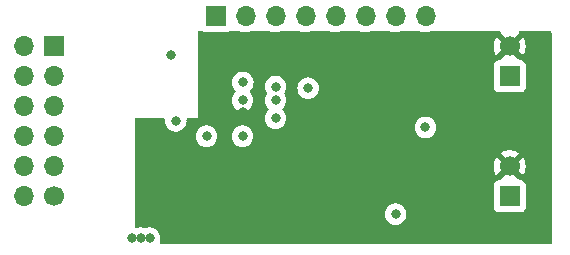
<source format=gbr>
%TF.GenerationSoftware,KiCad,Pcbnew,(6.0.0)*%
%TF.CreationDate,2022-01-10T21:54:34-05:00*%
%TF.ProjectId,ad74111_module,61643734-3131-4315-9f6d-6f64756c652e,rev?*%
%TF.SameCoordinates,Original*%
%TF.FileFunction,Copper,L2,Inr*%
%TF.FilePolarity,Positive*%
%FSLAX46Y46*%
G04 Gerber Fmt 4.6, Leading zero omitted, Abs format (unit mm)*
G04 Created by KiCad (PCBNEW (6.0.0)) date 2022-01-10 21:54:34*
%MOMM*%
%LPD*%
G01*
G04 APERTURE LIST*
%TA.AperFunction,ComponentPad*%
%ADD10R,1.700000X1.700000*%
%TD*%
%TA.AperFunction,ComponentPad*%
%ADD11O,1.700000X1.700000*%
%TD*%
%TA.AperFunction,ComponentPad*%
%ADD12C,1.700000*%
%TD*%
%TA.AperFunction,ViaPad*%
%ADD13C,0.800000*%
%TD*%
G04 APERTURE END LIST*
D10*
%TO.N,+3V3*%
%TO.C,P4*%
X117602000Y-43942000D03*
D11*
%TO.N,/mclk*%
X120142000Y-43942000D03*
%TO.N,/dclk*%
X122682000Y-43942000D03*
%TO.N,/din*%
X125222000Y-43942000D03*
%TO.N,/dfs*%
X127762000Y-43942000D03*
%TO.N,/dout*%
X130302000Y-43942000D03*
%TO.N,/~{reset}*%
X132842000Y-43942000D03*
%TO.N,GNDD*%
X135382000Y-43942000D03*
%TD*%
D10*
%TO.N,Net-(P2-Pad1)*%
%TO.C,P2*%
X103886000Y-46482000D03*
D11*
%TO.N,Net-(P2-Pad2)*%
X103886000Y-49022000D03*
%TO.N,Net-(P2-Pad3)*%
X103886000Y-51562000D03*
%TO.N,Net-(P2-Pad4)*%
X103886000Y-54102000D03*
%TO.N,GNDD*%
X103886000Y-56642000D03*
D12*
%TO.N,/3v3_in*%
X103886000Y-59182000D03*
D11*
%TO.N,Net-(P2-Pad7)*%
X101346000Y-46482000D03*
%TO.N,unconnected-(P2-Pad8)*%
X101346000Y-49022000D03*
%TO.N,unconnected-(P2-Pad9)*%
X101346000Y-51562000D03*
%TO.N,Net-(P2-Pad10)*%
X101346000Y-54102000D03*
%TO.N,GNDD*%
X101346000Y-56642000D03*
%TO.N,/3v3_in*%
X101346000Y-59182000D03*
%TD*%
D10*
%TO.N,/audio_in*%
%TO.C,P1*%
X142494000Y-49022000D03*
D12*
%TO.N,GNDA*%
X142494000Y-46482000D03*
%TD*%
D10*
%TO.N,/audio_out*%
%TO.C,P3*%
X142494000Y-59182000D03*
D12*
%TO.N,GNDA*%
X142494000Y-56642000D03*
%TD*%
D13*
%TO.N,Net-(C1-Pad2)*%
X135369000Y-53353000D03*
%TO.N,GNDA*%
X130978811Y-56754378D03*
X128778000Y-52578000D03*
X136398000Y-62230000D03*
X119888000Y-52070000D03*
X137160000Y-56896000D03*
X112268000Y-57912000D03*
X127762000Y-56388000D03*
X135382000Y-48006000D03*
X118364000Y-55118000D03*
X112272299Y-54614299D03*
X112014000Y-60452000D03*
X123190000Y-58166000D03*
X115062000Y-59436000D03*
X132842000Y-50165000D03*
X116586000Y-57208500D03*
X111506000Y-57912000D03*
X126238000Y-53594000D03*
X135128000Y-59563000D03*
X126238000Y-59182000D03*
X113030000Y-57912000D03*
%TO.N,Net-(C7-Pad1)*%
X116840000Y-54102000D03*
%TO.N,Net-(C9-Pad1)*%
X119888000Y-54102000D03*
%TO.N,VAA*%
X114226619Y-52798822D03*
X132846299Y-60701701D03*
%TO.N,+3V3*%
X122682000Y-49911000D03*
X110490000Y-62738000D03*
X111252000Y-62738000D03*
X112014000Y-62738000D03*
%TO.N,GNDD*%
X119888000Y-51054000D03*
X125429500Y-50038000D03*
X113792000Y-47244000D03*
%TO.N,+2V5*%
X122682000Y-51054000D03*
%TO.N,Net-(C13-Pad1)*%
X122682000Y-52578000D03*
%TO.N,/mclk*%
X119900294Y-49542294D03*
%TD*%
%TA.AperFunction,Conductor*%
%TO.N,GNDA*%
G36*
X116490590Y-45232002D02*
G01*
X116498033Y-45237173D01*
X116498113Y-45237233D01*
X116498116Y-45237235D01*
X116505295Y-45242615D01*
X116641684Y-45293745D01*
X116703866Y-45300500D01*
X118500134Y-45300500D01*
X118562316Y-45293745D01*
X118698705Y-45242615D01*
X118705884Y-45237235D01*
X118705887Y-45237233D01*
X118705967Y-45237173D01*
X118706060Y-45237138D01*
X118713763Y-45232921D01*
X118714372Y-45234033D01*
X118772473Y-45212326D01*
X118781531Y-45212000D01*
X119636243Y-45212000D01*
X119681192Y-45220290D01*
X119761692Y-45251030D01*
X119766760Y-45252061D01*
X119766763Y-45252062D01*
X119854337Y-45269879D01*
X119980597Y-45295567D01*
X119985772Y-45295757D01*
X119985774Y-45295757D01*
X120198673Y-45303564D01*
X120198677Y-45303564D01*
X120203837Y-45303753D01*
X120208957Y-45303097D01*
X120208959Y-45303097D01*
X120420288Y-45276025D01*
X120420289Y-45276025D01*
X120425416Y-45275368D01*
X120443712Y-45269879D01*
X120618919Y-45217314D01*
X120655127Y-45212000D01*
X122176243Y-45212000D01*
X122221192Y-45220290D01*
X122301692Y-45251030D01*
X122306760Y-45252061D01*
X122306763Y-45252062D01*
X122394337Y-45269879D01*
X122520597Y-45295567D01*
X122525772Y-45295757D01*
X122525774Y-45295757D01*
X122738673Y-45303564D01*
X122738677Y-45303564D01*
X122743837Y-45303753D01*
X122748957Y-45303097D01*
X122748959Y-45303097D01*
X122960288Y-45276025D01*
X122960289Y-45276025D01*
X122965416Y-45275368D01*
X122983712Y-45269879D01*
X123158919Y-45217314D01*
X123195127Y-45212000D01*
X124716243Y-45212000D01*
X124761192Y-45220290D01*
X124841692Y-45251030D01*
X124846760Y-45252061D01*
X124846763Y-45252062D01*
X124934337Y-45269879D01*
X125060597Y-45295567D01*
X125065772Y-45295757D01*
X125065774Y-45295757D01*
X125278673Y-45303564D01*
X125278677Y-45303564D01*
X125283837Y-45303753D01*
X125288957Y-45303097D01*
X125288959Y-45303097D01*
X125500288Y-45276025D01*
X125500289Y-45276025D01*
X125505416Y-45275368D01*
X125523712Y-45269879D01*
X125698919Y-45217314D01*
X125735127Y-45212000D01*
X127256243Y-45212000D01*
X127301192Y-45220290D01*
X127381692Y-45251030D01*
X127386760Y-45252061D01*
X127386763Y-45252062D01*
X127474337Y-45269879D01*
X127600597Y-45295567D01*
X127605772Y-45295757D01*
X127605774Y-45295757D01*
X127818673Y-45303564D01*
X127818677Y-45303564D01*
X127823837Y-45303753D01*
X127828957Y-45303097D01*
X127828959Y-45303097D01*
X128040288Y-45276025D01*
X128040289Y-45276025D01*
X128045416Y-45275368D01*
X128063712Y-45269879D01*
X128238919Y-45217314D01*
X128275127Y-45212000D01*
X129796243Y-45212000D01*
X129841192Y-45220290D01*
X129921692Y-45251030D01*
X129926760Y-45252061D01*
X129926763Y-45252062D01*
X130014337Y-45269879D01*
X130140597Y-45295567D01*
X130145772Y-45295757D01*
X130145774Y-45295757D01*
X130358673Y-45303564D01*
X130358677Y-45303564D01*
X130363837Y-45303753D01*
X130368957Y-45303097D01*
X130368959Y-45303097D01*
X130580288Y-45276025D01*
X130580289Y-45276025D01*
X130585416Y-45275368D01*
X130603712Y-45269879D01*
X130778919Y-45217314D01*
X130815127Y-45212000D01*
X132336243Y-45212000D01*
X132381192Y-45220290D01*
X132461692Y-45251030D01*
X132466760Y-45252061D01*
X132466763Y-45252062D01*
X132554337Y-45269879D01*
X132680597Y-45295567D01*
X132685772Y-45295757D01*
X132685774Y-45295757D01*
X132898673Y-45303564D01*
X132898677Y-45303564D01*
X132903837Y-45303753D01*
X132908957Y-45303097D01*
X132908959Y-45303097D01*
X133120288Y-45276025D01*
X133120289Y-45276025D01*
X133125416Y-45275368D01*
X133143712Y-45269879D01*
X133318919Y-45217314D01*
X133355127Y-45212000D01*
X134876243Y-45212000D01*
X134921192Y-45220290D01*
X135001692Y-45251030D01*
X135006760Y-45252061D01*
X135006763Y-45252062D01*
X135094337Y-45269879D01*
X135220597Y-45295567D01*
X135225772Y-45295757D01*
X135225774Y-45295757D01*
X135438673Y-45303564D01*
X135438677Y-45303564D01*
X135443837Y-45303753D01*
X135448957Y-45303097D01*
X135448959Y-45303097D01*
X135660288Y-45276025D01*
X135660289Y-45276025D01*
X135665416Y-45275368D01*
X135683712Y-45269879D01*
X135858919Y-45217314D01*
X135895127Y-45212000D01*
X141609395Y-45212000D01*
X141677516Y-45232002D01*
X141724009Y-45285658D01*
X141735087Y-45346807D01*
X141734381Y-45356887D01*
X141741968Y-45370758D01*
X142481188Y-46109978D01*
X142495132Y-46117592D01*
X142496965Y-46117461D01*
X142503580Y-46113210D01*
X143247389Y-45369401D01*
X143255004Y-45355457D01*
X143254398Y-45346989D01*
X143269490Y-45277614D01*
X143319692Y-45227412D01*
X143380077Y-45212000D01*
X145924000Y-45212000D01*
X145992121Y-45232002D01*
X146038614Y-45285658D01*
X146050000Y-45338000D01*
X146050000Y-63120000D01*
X146029998Y-63188121D01*
X145976342Y-63234614D01*
X145924000Y-63246000D01*
X112977618Y-63246000D01*
X112909497Y-63225998D01*
X112863004Y-63172342D01*
X112852900Y-63102068D01*
X112857785Y-63081064D01*
X112905502Y-62934206D01*
X112907542Y-62927928D01*
X112927504Y-62738000D01*
X112907542Y-62548072D01*
X112848527Y-62366444D01*
X112753040Y-62201056D01*
X112625253Y-62059134D01*
X112470752Y-61946882D01*
X112464724Y-61944198D01*
X112464722Y-61944197D01*
X112302319Y-61871891D01*
X112302318Y-61871891D01*
X112296288Y-61869206D01*
X112177389Y-61843933D01*
X112115944Y-61830872D01*
X112115939Y-61830872D01*
X112109487Y-61829500D01*
X111918513Y-61829500D01*
X111912061Y-61830872D01*
X111912056Y-61830872D01*
X111773340Y-61860358D01*
X111731712Y-61869206D01*
X111725679Y-61871892D01*
X111725676Y-61871893D01*
X111684248Y-61890338D01*
X111613881Y-61899772D01*
X111581752Y-61890338D01*
X111540324Y-61871893D01*
X111540321Y-61871892D01*
X111534288Y-61869206D01*
X111492660Y-61860358D01*
X111353944Y-61830872D01*
X111353939Y-61830872D01*
X111347487Y-61829500D01*
X111156513Y-61829500D01*
X111150061Y-61830872D01*
X111150056Y-61830872D01*
X111011340Y-61860358D01*
X110969712Y-61869206D01*
X110963679Y-61871892D01*
X110963676Y-61871893D01*
X110922248Y-61890338D01*
X110851881Y-61899772D01*
X110819776Y-61890349D01*
X110818771Y-61889901D01*
X110764669Y-61843933D01*
X110744000Y-61774786D01*
X110744000Y-60701701D01*
X131932795Y-60701701D01*
X131952757Y-60891629D01*
X132011772Y-61073257D01*
X132107259Y-61238645D01*
X132235046Y-61380567D01*
X132389547Y-61492819D01*
X132395575Y-61495503D01*
X132395577Y-61495504D01*
X132557980Y-61567810D01*
X132564011Y-61570495D01*
X132657411Y-61590348D01*
X132744355Y-61608829D01*
X132744360Y-61608829D01*
X132750812Y-61610201D01*
X132941786Y-61610201D01*
X132948238Y-61608829D01*
X132948243Y-61608829D01*
X133035187Y-61590348D01*
X133128587Y-61570495D01*
X133134618Y-61567810D01*
X133297021Y-61495504D01*
X133297023Y-61495503D01*
X133303051Y-61492819D01*
X133457552Y-61380567D01*
X133585339Y-61238645D01*
X133680826Y-61073257D01*
X133739841Y-60891629D01*
X133759803Y-60701701D01*
X133742240Y-60534598D01*
X133740531Y-60518336D01*
X133740531Y-60518334D01*
X133739841Y-60511773D01*
X133680826Y-60330145D01*
X133585339Y-60164757D01*
X133558060Y-60134460D01*
X133509145Y-60080134D01*
X141135500Y-60080134D01*
X141142255Y-60142316D01*
X141193385Y-60278705D01*
X141280739Y-60395261D01*
X141397295Y-60482615D01*
X141533684Y-60533745D01*
X141595866Y-60540500D01*
X143392134Y-60540500D01*
X143454316Y-60533745D01*
X143590705Y-60482615D01*
X143707261Y-60395261D01*
X143794615Y-60278705D01*
X143845745Y-60142316D01*
X143852500Y-60080134D01*
X143852500Y-58283866D01*
X143845745Y-58221684D01*
X143794615Y-58085295D01*
X143707261Y-57968739D01*
X143590705Y-57881385D01*
X143454316Y-57830255D01*
X143392134Y-57823500D01*
X143358452Y-57823500D01*
X143290331Y-57803498D01*
X143247177Y-57756610D01*
X143244658Y-57751868D01*
X142506812Y-57014022D01*
X142492868Y-57006408D01*
X142491035Y-57006539D01*
X142484420Y-57010790D01*
X141740737Y-57754473D01*
X141738874Y-57757885D01*
X141688672Y-57808087D01*
X141628286Y-57823500D01*
X141595866Y-57823500D01*
X141533684Y-57830255D01*
X141397295Y-57881385D01*
X141280739Y-57968739D01*
X141193385Y-58085295D01*
X141142255Y-58221684D01*
X141135500Y-58283866D01*
X141135500Y-60080134D01*
X133509145Y-60080134D01*
X133461974Y-60027746D01*
X133461973Y-60027745D01*
X133457552Y-60022835D01*
X133303051Y-59910583D01*
X133297023Y-59907899D01*
X133297021Y-59907898D01*
X133134618Y-59835592D01*
X133134617Y-59835592D01*
X133128587Y-59832907D01*
X133035187Y-59813054D01*
X132948243Y-59794573D01*
X132948238Y-59794573D01*
X132941786Y-59793201D01*
X132750812Y-59793201D01*
X132744360Y-59794573D01*
X132744355Y-59794573D01*
X132657411Y-59813054D01*
X132564011Y-59832907D01*
X132557981Y-59835592D01*
X132557980Y-59835592D01*
X132395577Y-59907898D01*
X132395575Y-59907899D01*
X132389547Y-59910583D01*
X132235046Y-60022835D01*
X132230625Y-60027745D01*
X132230624Y-60027746D01*
X132134539Y-60134460D01*
X132107259Y-60164757D01*
X132011772Y-60330145D01*
X131952757Y-60511773D01*
X131952067Y-60518334D01*
X131952067Y-60518336D01*
X131950358Y-60534598D01*
X131932795Y-60701701D01*
X110744000Y-60701701D01*
X110744000Y-56613863D01*
X141132050Y-56613863D01*
X141144309Y-56826477D01*
X141145745Y-56836697D01*
X141192565Y-57044446D01*
X141195645Y-57054275D01*
X141275770Y-57251603D01*
X141280413Y-57260794D01*
X141360460Y-57391420D01*
X141370916Y-57400880D01*
X141379694Y-57397096D01*
X142121978Y-56654812D01*
X142128356Y-56643132D01*
X142858408Y-56643132D01*
X142858539Y-56644965D01*
X142862790Y-56651580D01*
X143604474Y-57393264D01*
X143616484Y-57399823D01*
X143628223Y-57390855D01*
X143659004Y-57348019D01*
X143664315Y-57339180D01*
X143758670Y-57148267D01*
X143762469Y-57138672D01*
X143824376Y-56934915D01*
X143826555Y-56924834D01*
X143854590Y-56711887D01*
X143855109Y-56705212D01*
X143856572Y-56645364D01*
X143856378Y-56638646D01*
X143838781Y-56424604D01*
X143837096Y-56414424D01*
X143785214Y-56207875D01*
X143781894Y-56198124D01*
X143696972Y-56002814D01*
X143692105Y-55993739D01*
X143627063Y-55893197D01*
X143616377Y-55883995D01*
X143606812Y-55888398D01*
X142866022Y-56629188D01*
X142858408Y-56643132D01*
X142128356Y-56643132D01*
X142129592Y-56640868D01*
X142129461Y-56639035D01*
X142125210Y-56632420D01*
X141383849Y-55891059D01*
X141372313Y-55884759D01*
X141360031Y-55894382D01*
X141312089Y-55964662D01*
X141307004Y-55973613D01*
X141217338Y-56166783D01*
X141213775Y-56176470D01*
X141156864Y-56381681D01*
X141154933Y-56391800D01*
X141132302Y-56603574D01*
X141132050Y-56613863D01*
X110744000Y-56613863D01*
X110744000Y-55518427D01*
X141735223Y-55518427D01*
X141741968Y-55530758D01*
X142481188Y-56269978D01*
X142495132Y-56277592D01*
X142496965Y-56277461D01*
X142503580Y-56273210D01*
X143247389Y-55529401D01*
X143254410Y-55516544D01*
X143247611Y-55507213D01*
X143243554Y-55504518D01*
X143057117Y-55401599D01*
X143047705Y-55397369D01*
X142846959Y-55326280D01*
X142836989Y-55323646D01*
X142627327Y-55286301D01*
X142617073Y-55285331D01*
X142404116Y-55282728D01*
X142393832Y-55283448D01*
X142183321Y-55315661D01*
X142173293Y-55318050D01*
X141970868Y-55384212D01*
X141961359Y-55388209D01*
X141772466Y-55486540D01*
X141763734Y-55492039D01*
X141743677Y-55507099D01*
X141735223Y-55518427D01*
X110744000Y-55518427D01*
X110744000Y-54102000D01*
X115926496Y-54102000D01*
X115927186Y-54108565D01*
X115938805Y-54219109D01*
X115946458Y-54291928D01*
X116005473Y-54473556D01*
X116100960Y-54638944D01*
X116228747Y-54780866D01*
X116383248Y-54893118D01*
X116389276Y-54895802D01*
X116389278Y-54895803D01*
X116551681Y-54968109D01*
X116557712Y-54970794D01*
X116651113Y-54990647D01*
X116738056Y-55009128D01*
X116738061Y-55009128D01*
X116744513Y-55010500D01*
X116935487Y-55010500D01*
X116941939Y-55009128D01*
X116941944Y-55009128D01*
X117028887Y-54990647D01*
X117122288Y-54970794D01*
X117128319Y-54968109D01*
X117290722Y-54895803D01*
X117290724Y-54895802D01*
X117296752Y-54893118D01*
X117451253Y-54780866D01*
X117579040Y-54638944D01*
X117674527Y-54473556D01*
X117733542Y-54291928D01*
X117741196Y-54219109D01*
X117752814Y-54108565D01*
X117753504Y-54102000D01*
X118974496Y-54102000D01*
X118975186Y-54108565D01*
X118986805Y-54219109D01*
X118994458Y-54291928D01*
X119053473Y-54473556D01*
X119148960Y-54638944D01*
X119276747Y-54780866D01*
X119431248Y-54893118D01*
X119437276Y-54895802D01*
X119437278Y-54895803D01*
X119599681Y-54968109D01*
X119605712Y-54970794D01*
X119699113Y-54990647D01*
X119786056Y-55009128D01*
X119786061Y-55009128D01*
X119792513Y-55010500D01*
X119983487Y-55010500D01*
X119989939Y-55009128D01*
X119989944Y-55009128D01*
X120076887Y-54990647D01*
X120170288Y-54970794D01*
X120176319Y-54968109D01*
X120338722Y-54895803D01*
X120338724Y-54895802D01*
X120344752Y-54893118D01*
X120499253Y-54780866D01*
X120627040Y-54638944D01*
X120722527Y-54473556D01*
X120781542Y-54291928D01*
X120789196Y-54219109D01*
X120800814Y-54108565D01*
X120801504Y-54102000D01*
X120781542Y-53912072D01*
X120722527Y-53730444D01*
X120709178Y-53707322D01*
X120630341Y-53570774D01*
X120627040Y-53565056D01*
X120499253Y-53423134D01*
X120344752Y-53310882D01*
X120338724Y-53308198D01*
X120338722Y-53308197D01*
X120176319Y-53235891D01*
X120176318Y-53235891D01*
X120170288Y-53233206D01*
X120076888Y-53213353D01*
X119989944Y-53194872D01*
X119989939Y-53194872D01*
X119983487Y-53193500D01*
X119792513Y-53193500D01*
X119786061Y-53194872D01*
X119786056Y-53194872D01*
X119699112Y-53213353D01*
X119605712Y-53233206D01*
X119599682Y-53235891D01*
X119599681Y-53235891D01*
X119437278Y-53308197D01*
X119437276Y-53308198D01*
X119431248Y-53310882D01*
X119276747Y-53423134D01*
X119148960Y-53565056D01*
X119145659Y-53570774D01*
X119066823Y-53707322D01*
X119053473Y-53730444D01*
X118994458Y-53912072D01*
X118974496Y-54102000D01*
X117753504Y-54102000D01*
X117733542Y-53912072D01*
X117674527Y-53730444D01*
X117661178Y-53707322D01*
X117582341Y-53570774D01*
X117579040Y-53565056D01*
X117451253Y-53423134D01*
X117296752Y-53310882D01*
X117290724Y-53308198D01*
X117290722Y-53308197D01*
X117128319Y-53235891D01*
X117128318Y-53235891D01*
X117122288Y-53233206D01*
X117028888Y-53213353D01*
X116941944Y-53194872D01*
X116941939Y-53194872D01*
X116935487Y-53193500D01*
X116744513Y-53193500D01*
X116738061Y-53194872D01*
X116738056Y-53194872D01*
X116651112Y-53213353D01*
X116557712Y-53233206D01*
X116551682Y-53235891D01*
X116551681Y-53235891D01*
X116389278Y-53308197D01*
X116389276Y-53308198D01*
X116383248Y-53310882D01*
X116228747Y-53423134D01*
X116100960Y-53565056D01*
X116097659Y-53570774D01*
X116018823Y-53707322D01*
X116005473Y-53730444D01*
X115946458Y-53912072D01*
X115926496Y-54102000D01*
X110744000Y-54102000D01*
X110744000Y-52704000D01*
X110764002Y-52635879D01*
X110817658Y-52589386D01*
X110870000Y-52578000D01*
X113196387Y-52578000D01*
X113264508Y-52598002D01*
X113311001Y-52651658D01*
X113321697Y-52717170D01*
X113313115Y-52798822D01*
X113313805Y-52805387D01*
X113331708Y-52975721D01*
X113333077Y-52988750D01*
X113392092Y-53170378D01*
X113487579Y-53335766D01*
X113491997Y-53340673D01*
X113491998Y-53340674D01*
X113509008Y-53359565D01*
X113615366Y-53477688D01*
X113769867Y-53589940D01*
X113775895Y-53592624D01*
X113775897Y-53592625D01*
X113938300Y-53664931D01*
X113944331Y-53667616D01*
X114037731Y-53687469D01*
X114124675Y-53705950D01*
X114124680Y-53705950D01*
X114131132Y-53707322D01*
X114322106Y-53707322D01*
X114328558Y-53705950D01*
X114328563Y-53705950D01*
X114415507Y-53687469D01*
X114508907Y-53667616D01*
X114514938Y-53664931D01*
X114677341Y-53592625D01*
X114677343Y-53592624D01*
X114683371Y-53589940D01*
X114837872Y-53477688D01*
X114944230Y-53359565D01*
X114961240Y-53340674D01*
X114961241Y-53340673D01*
X114965659Y-53335766D01*
X115061146Y-53170378D01*
X115120161Y-52988750D01*
X115121531Y-52975721D01*
X115139433Y-52805387D01*
X115140123Y-52798822D01*
X115131541Y-52717170D01*
X115144313Y-52647332D01*
X115192815Y-52595486D01*
X115256851Y-52578000D01*
X116078000Y-52578000D01*
X121768496Y-52578000D01*
X121788458Y-52767928D01*
X121847473Y-52949556D01*
X121850776Y-52955278D01*
X121850777Y-52955279D01*
X121869512Y-52987729D01*
X121942960Y-53114944D01*
X121947378Y-53119851D01*
X121947379Y-53119852D01*
X121987214Y-53164093D01*
X122070747Y-53256866D01*
X122141398Y-53308197D01*
X122203064Y-53353000D01*
X122225248Y-53369118D01*
X122231276Y-53371802D01*
X122231278Y-53371803D01*
X122393681Y-53444109D01*
X122399712Y-53446794D01*
X122493113Y-53466647D01*
X122580056Y-53485128D01*
X122580061Y-53485128D01*
X122586513Y-53486500D01*
X122777487Y-53486500D01*
X122783939Y-53485128D01*
X122783944Y-53485128D01*
X122870888Y-53466647D01*
X122964288Y-53446794D01*
X122970319Y-53444109D01*
X123132722Y-53371803D01*
X123132724Y-53371802D01*
X123138752Y-53369118D01*
X123160937Y-53353000D01*
X134455496Y-53353000D01*
X134475458Y-53542928D01*
X134534473Y-53724556D01*
X134629960Y-53889944D01*
X134757747Y-54031866D01*
X134912248Y-54144118D01*
X134918276Y-54146802D01*
X134918278Y-54146803D01*
X135080681Y-54219109D01*
X135086712Y-54221794D01*
X135180112Y-54241647D01*
X135267056Y-54260128D01*
X135267061Y-54260128D01*
X135273513Y-54261500D01*
X135464487Y-54261500D01*
X135470939Y-54260128D01*
X135470944Y-54260128D01*
X135557888Y-54241647D01*
X135651288Y-54221794D01*
X135657319Y-54219109D01*
X135819722Y-54146803D01*
X135819724Y-54146802D01*
X135825752Y-54144118D01*
X135980253Y-54031866D01*
X136108040Y-53889944D01*
X136203527Y-53724556D01*
X136262542Y-53542928D01*
X136282504Y-53353000D01*
X136271884Y-53251955D01*
X136263232Y-53169635D01*
X136263232Y-53169633D01*
X136262542Y-53163072D01*
X136203527Y-52981444D01*
X136185117Y-52949556D01*
X136111341Y-52821774D01*
X136108040Y-52816056D01*
X136092523Y-52798822D01*
X135984675Y-52679045D01*
X135984674Y-52679044D01*
X135980253Y-52674134D01*
X135856972Y-52584565D01*
X135831094Y-52565763D01*
X135831093Y-52565762D01*
X135825752Y-52561882D01*
X135819724Y-52559198D01*
X135819722Y-52559197D01*
X135657319Y-52486891D01*
X135657318Y-52486891D01*
X135651288Y-52484206D01*
X135557887Y-52464353D01*
X135470944Y-52445872D01*
X135470939Y-52445872D01*
X135464487Y-52444500D01*
X135273513Y-52444500D01*
X135267061Y-52445872D01*
X135267056Y-52445872D01*
X135180113Y-52464353D01*
X135086712Y-52484206D01*
X135080682Y-52486891D01*
X135080681Y-52486891D01*
X134918278Y-52559197D01*
X134918276Y-52559198D01*
X134912248Y-52561882D01*
X134906907Y-52565762D01*
X134906906Y-52565763D01*
X134881028Y-52584565D01*
X134757747Y-52674134D01*
X134753326Y-52679044D01*
X134753325Y-52679045D01*
X134645478Y-52798822D01*
X134629960Y-52816056D01*
X134626659Y-52821774D01*
X134552884Y-52949556D01*
X134534473Y-52981444D01*
X134475458Y-53163072D01*
X134474768Y-53169633D01*
X134474768Y-53169635D01*
X134466116Y-53251955D01*
X134455496Y-53353000D01*
X123160937Y-53353000D01*
X123222602Y-53308197D01*
X123293253Y-53256866D01*
X123376786Y-53164093D01*
X123416621Y-53119852D01*
X123416622Y-53119851D01*
X123421040Y-53114944D01*
X123494488Y-52987729D01*
X123513223Y-52955279D01*
X123513224Y-52955278D01*
X123516527Y-52949556D01*
X123575542Y-52767928D01*
X123595504Y-52578000D01*
X123581473Y-52444500D01*
X123576232Y-52394635D01*
X123576232Y-52394633D01*
X123575542Y-52388072D01*
X123516527Y-52206444D01*
X123421040Y-52041056D01*
X123294312Y-51900310D01*
X123263594Y-51836303D01*
X123272359Y-51765849D01*
X123294312Y-51731690D01*
X123416621Y-51595852D01*
X123416622Y-51595851D01*
X123421040Y-51590944D01*
X123516527Y-51425556D01*
X123575542Y-51243928D01*
X123595504Y-51054000D01*
X123594814Y-51047435D01*
X123576232Y-50870635D01*
X123576232Y-50870633D01*
X123575542Y-50864072D01*
X123516527Y-50682444D01*
X123437462Y-50545499D01*
X123420724Y-50476505D01*
X123437462Y-50419500D01*
X123513223Y-50288279D01*
X123513224Y-50288278D01*
X123516527Y-50282556D01*
X123575542Y-50100928D01*
X123582156Y-50038000D01*
X124515996Y-50038000D01*
X124516686Y-50044565D01*
X124535247Y-50221160D01*
X124535958Y-50227928D01*
X124594973Y-50409556D01*
X124690460Y-50574944D01*
X124818247Y-50716866D01*
X124972748Y-50829118D01*
X124978776Y-50831802D01*
X124978778Y-50831803D01*
X125051256Y-50864072D01*
X125147212Y-50906794D01*
X125240613Y-50926647D01*
X125327556Y-50945128D01*
X125327561Y-50945128D01*
X125334013Y-50946500D01*
X125524987Y-50946500D01*
X125531439Y-50945128D01*
X125531444Y-50945128D01*
X125618387Y-50926647D01*
X125711788Y-50906794D01*
X125807744Y-50864072D01*
X125880222Y-50831803D01*
X125880224Y-50831802D01*
X125886252Y-50829118D01*
X126040753Y-50716866D01*
X126168540Y-50574944D01*
X126264027Y-50409556D01*
X126323042Y-50227928D01*
X126323754Y-50221160D01*
X126342314Y-50044565D01*
X126343004Y-50038000D01*
X126337929Y-49989715D01*
X126330616Y-49920134D01*
X141135500Y-49920134D01*
X141142255Y-49982316D01*
X141193385Y-50118705D01*
X141280739Y-50235261D01*
X141397295Y-50322615D01*
X141533684Y-50373745D01*
X141595866Y-50380500D01*
X143392134Y-50380500D01*
X143454316Y-50373745D01*
X143590705Y-50322615D01*
X143707261Y-50235261D01*
X143794615Y-50118705D01*
X143845745Y-49982316D01*
X143852500Y-49920134D01*
X143852500Y-48123866D01*
X143845745Y-48061684D01*
X143794615Y-47925295D01*
X143707261Y-47808739D01*
X143590705Y-47721385D01*
X143454316Y-47670255D01*
X143392134Y-47663500D01*
X143358452Y-47663500D01*
X143290331Y-47643498D01*
X143247177Y-47596610D01*
X143244658Y-47591868D01*
X142506812Y-46854022D01*
X142492868Y-46846408D01*
X142491035Y-46846539D01*
X142484420Y-46850790D01*
X141740737Y-47594473D01*
X141738874Y-47597885D01*
X141688672Y-47648087D01*
X141628286Y-47663500D01*
X141595866Y-47663500D01*
X141533684Y-47670255D01*
X141397295Y-47721385D01*
X141280739Y-47808739D01*
X141193385Y-47925295D01*
X141142255Y-48061684D01*
X141135500Y-48123866D01*
X141135500Y-49920134D01*
X126330616Y-49920134D01*
X126323732Y-49854635D01*
X126323732Y-49854633D01*
X126323042Y-49848072D01*
X126264027Y-49666444D01*
X126168540Y-49501056D01*
X126040753Y-49359134D01*
X125886252Y-49246882D01*
X125880224Y-49244198D01*
X125880222Y-49244197D01*
X125717819Y-49171891D01*
X125717818Y-49171891D01*
X125711788Y-49169206D01*
X125618388Y-49149353D01*
X125531444Y-49130872D01*
X125531439Y-49130872D01*
X125524987Y-49129500D01*
X125334013Y-49129500D01*
X125327561Y-49130872D01*
X125327556Y-49130872D01*
X125240612Y-49149353D01*
X125147212Y-49169206D01*
X125141182Y-49171891D01*
X125141181Y-49171891D01*
X124978778Y-49244197D01*
X124978776Y-49244198D01*
X124972748Y-49246882D01*
X124818247Y-49359134D01*
X124690460Y-49501056D01*
X124594973Y-49666444D01*
X124535958Y-49848072D01*
X124535268Y-49854633D01*
X124535268Y-49854635D01*
X124521071Y-49989715D01*
X124515996Y-50038000D01*
X123582156Y-50038000D01*
X123588009Y-49982316D01*
X123594814Y-49917565D01*
X123595504Y-49911000D01*
X123575542Y-49721072D01*
X123516527Y-49539444D01*
X123421040Y-49374056D01*
X123293253Y-49232134D01*
X123194157Y-49160136D01*
X123144094Y-49123763D01*
X123144093Y-49123762D01*
X123138752Y-49119882D01*
X123132724Y-49117198D01*
X123132722Y-49117197D01*
X122970319Y-49044891D01*
X122970318Y-49044891D01*
X122964288Y-49042206D01*
X122870887Y-49022353D01*
X122783944Y-49003872D01*
X122783939Y-49003872D01*
X122777487Y-49002500D01*
X122586513Y-49002500D01*
X122580061Y-49003872D01*
X122580056Y-49003872D01*
X122493112Y-49022353D01*
X122399712Y-49042206D01*
X122393682Y-49044891D01*
X122393681Y-49044891D01*
X122231278Y-49117197D01*
X122231276Y-49117198D01*
X122225248Y-49119882D01*
X122219907Y-49123762D01*
X122219906Y-49123763D01*
X122169843Y-49160136D01*
X122070747Y-49232134D01*
X121942960Y-49374056D01*
X121847473Y-49539444D01*
X121788458Y-49721072D01*
X121768496Y-49911000D01*
X121769186Y-49917565D01*
X121775992Y-49982316D01*
X121788458Y-50100928D01*
X121847473Y-50282556D01*
X121850776Y-50288278D01*
X121850777Y-50288279D01*
X121926538Y-50419500D01*
X121943276Y-50488495D01*
X121926538Y-50545499D01*
X121847473Y-50682444D01*
X121788458Y-50864072D01*
X121787768Y-50870633D01*
X121787768Y-50870635D01*
X121769186Y-51047435D01*
X121768496Y-51054000D01*
X121788458Y-51243928D01*
X121847473Y-51425556D01*
X121942960Y-51590944D01*
X121947378Y-51595851D01*
X121947379Y-51595852D01*
X122069688Y-51731690D01*
X122100406Y-51795697D01*
X122091641Y-51866151D01*
X122069688Y-51900310D01*
X121942960Y-52041056D01*
X121847473Y-52206444D01*
X121788458Y-52388072D01*
X121787768Y-52394633D01*
X121787768Y-52394635D01*
X121782527Y-52444500D01*
X121768496Y-52578000D01*
X116078000Y-52578000D01*
X116078000Y-51054000D01*
X118974496Y-51054000D01*
X118994458Y-51243928D01*
X119053473Y-51425556D01*
X119148960Y-51590944D01*
X119276747Y-51732866D01*
X119431248Y-51845118D01*
X119437276Y-51847802D01*
X119437278Y-51847803D01*
X119599681Y-51920109D01*
X119605712Y-51922794D01*
X119699113Y-51942647D01*
X119786056Y-51961128D01*
X119786061Y-51961128D01*
X119792513Y-51962500D01*
X119983487Y-51962500D01*
X119989939Y-51961128D01*
X119989944Y-51961128D01*
X120076887Y-51942647D01*
X120170288Y-51922794D01*
X120176319Y-51920109D01*
X120338722Y-51847803D01*
X120338724Y-51847802D01*
X120344752Y-51845118D01*
X120499253Y-51732866D01*
X120627040Y-51590944D01*
X120722527Y-51425556D01*
X120781542Y-51243928D01*
X120801504Y-51054000D01*
X120800814Y-51047435D01*
X120782232Y-50870635D01*
X120782232Y-50870633D01*
X120781542Y-50864072D01*
X120722527Y-50682444D01*
X120627040Y-50517056D01*
X120590528Y-50476505D01*
X120511994Y-50389284D01*
X120481276Y-50325277D01*
X120490041Y-50254823D01*
X120511994Y-50220664D01*
X120634915Y-50084146D01*
X120634916Y-50084145D01*
X120639334Y-50079238D01*
X120734821Y-49913850D01*
X120793836Y-49732222D01*
X120800750Y-49666444D01*
X120813108Y-49548859D01*
X120813798Y-49542294D01*
X120795600Y-49369148D01*
X120794526Y-49358929D01*
X120794526Y-49358927D01*
X120793836Y-49352366D01*
X120734821Y-49170738D01*
X120639334Y-49005350D01*
X120511547Y-48863428D01*
X120357046Y-48751176D01*
X120351018Y-48748492D01*
X120351016Y-48748491D01*
X120188613Y-48676185D01*
X120188612Y-48676185D01*
X120182582Y-48673500D01*
X120089182Y-48653647D01*
X120002238Y-48635166D01*
X120002233Y-48635166D01*
X119995781Y-48633794D01*
X119804807Y-48633794D01*
X119798355Y-48635166D01*
X119798350Y-48635166D01*
X119711406Y-48653647D01*
X119618006Y-48673500D01*
X119611976Y-48676185D01*
X119611975Y-48676185D01*
X119449572Y-48748491D01*
X119449570Y-48748492D01*
X119443542Y-48751176D01*
X119289041Y-48863428D01*
X119161254Y-49005350D01*
X119065767Y-49170738D01*
X119006752Y-49352366D01*
X119006062Y-49358927D01*
X119006062Y-49358929D01*
X119004988Y-49369148D01*
X118986790Y-49542294D01*
X118987480Y-49548859D01*
X118999839Y-49666444D01*
X119006752Y-49732222D01*
X119065767Y-49913850D01*
X119161254Y-50079238D01*
X119165672Y-50084145D01*
X119165673Y-50084146D01*
X119276300Y-50207010D01*
X119307018Y-50271017D01*
X119298253Y-50341471D01*
X119276300Y-50375630D01*
X119185472Y-50476505D01*
X119148960Y-50517056D01*
X119053473Y-50682444D01*
X118994458Y-50864072D01*
X118993768Y-50870633D01*
X118993768Y-50870635D01*
X118975186Y-51047435D01*
X118974496Y-51054000D01*
X116078000Y-51054000D01*
X116078000Y-46453863D01*
X141132050Y-46453863D01*
X141144309Y-46666477D01*
X141145745Y-46676697D01*
X141192565Y-46884446D01*
X141195645Y-46894275D01*
X141275770Y-47091603D01*
X141280413Y-47100794D01*
X141360460Y-47231420D01*
X141370916Y-47240880D01*
X141379694Y-47237096D01*
X142121978Y-46494812D01*
X142128356Y-46483132D01*
X142858408Y-46483132D01*
X142858539Y-46484965D01*
X142862790Y-46491580D01*
X143604474Y-47233264D01*
X143616484Y-47239823D01*
X143628223Y-47230855D01*
X143659004Y-47188019D01*
X143664315Y-47179180D01*
X143758670Y-46988267D01*
X143762469Y-46978672D01*
X143824376Y-46774915D01*
X143826555Y-46764834D01*
X143854590Y-46551887D01*
X143855109Y-46545212D01*
X143856572Y-46485364D01*
X143856378Y-46478646D01*
X143838781Y-46264604D01*
X143837096Y-46254424D01*
X143785214Y-46047875D01*
X143781894Y-46038124D01*
X143696972Y-45842814D01*
X143692105Y-45833739D01*
X143627063Y-45733197D01*
X143616377Y-45723995D01*
X143606812Y-45728398D01*
X142866022Y-46469188D01*
X142858408Y-46483132D01*
X142128356Y-46483132D01*
X142129592Y-46480868D01*
X142129461Y-46479035D01*
X142125210Y-46472420D01*
X141383849Y-45731059D01*
X141372313Y-45724759D01*
X141360031Y-45734382D01*
X141312089Y-45804662D01*
X141307004Y-45813613D01*
X141217338Y-46006783D01*
X141213775Y-46016470D01*
X141156864Y-46221681D01*
X141154933Y-46231800D01*
X141132302Y-46443574D01*
X141132050Y-46453863D01*
X116078000Y-46453863D01*
X116078000Y-45338000D01*
X116098002Y-45269879D01*
X116151658Y-45223386D01*
X116204000Y-45212000D01*
X116422469Y-45212000D01*
X116490590Y-45232002D01*
G37*
%TD.AperFunction*%
%TD*%
M02*

</source>
